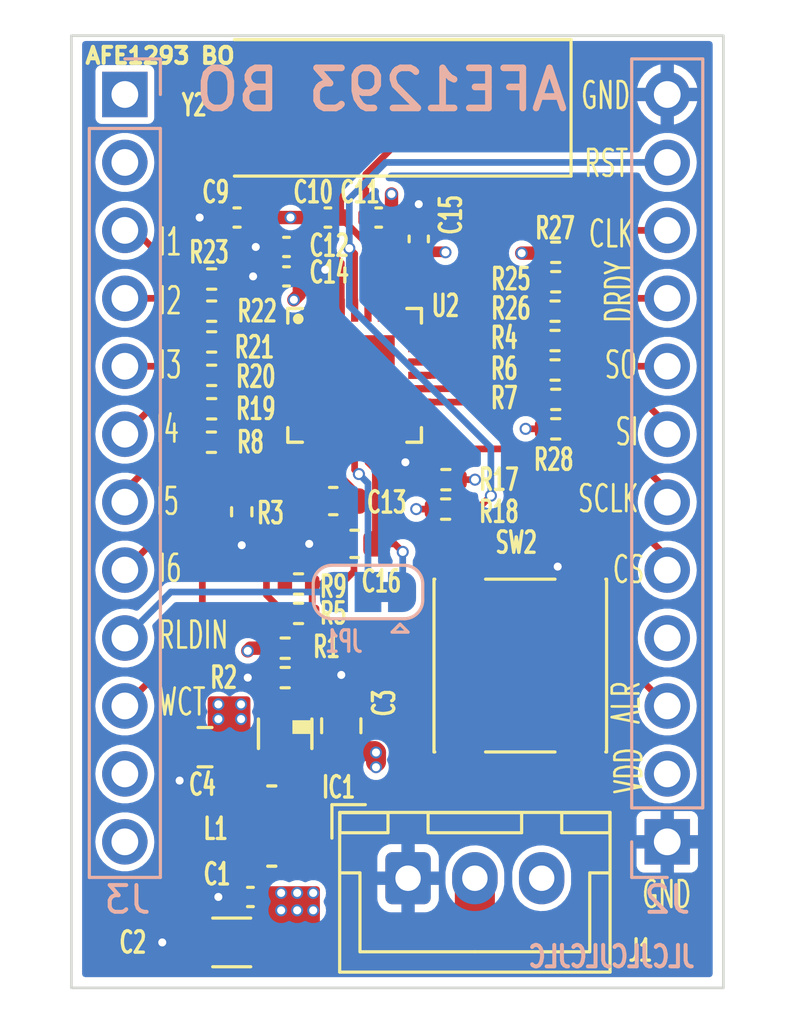
<source format=kicad_pcb>
(kicad_pcb (version 20221018) (generator pcbnew)
  (layers (0 "F.Cu" signal) (1 "In1.Cu" signal) (2 "In2.Cu" signal) (31 "B.Cu" signal) (34 "B.Paste" user) (35 "F.Paste" user) (36 "B.SilkS" user "B.Silkscreen") (37 "F.SilkS" user "F.Silkscreen") (38 "B.Mask" user) (39 "F.Mask" user) (44 "Edge.Cuts" user))
  (net 0 "")
  (net 1 "GND")
  (net 2 "Net-(U2-XTAL2)")
  (net 3 "Net-(U2-XTAL1)")
  (net 4 "RLDOUT")
  (net 5 "RLDINIV")
  (net 6 "Net-(IC1-FB)")
  (net 7 "CMOUT")
  (net 8 "Net-(U2-SYNCB)")
  (net 9 "RSTB")
  (net 10 "IN1")
  (net 11 "Net-(U2-IN5)")
  (net 12 "IN2")
  (net 13 "Net-(U2-IN4)")
  (net 14 "IN3")
  (net 15 "Net-(U2-IN3)")
  (net 16 "IN4")
  (net 17 "Net-(U2-IN2)")
  (net 18 "IN5")
  (net 19 "Net-(U2-IN1)")
  (net 20 "Net-(U2-DRDYB)")
  (net 21 "DRDYB")
  (net 22 "Net-(U2-SDO)")
  (net 23 "MISO")
  (net 24 "ALARMB")
  (net 25 "Net-(IC1-L)")
  (net 26 "VDDA")
  (net 27 "Net-(U2-CVREF)")
  (net 28 "RLDIN")
  (net 29 "IN6")
  (net 30 "WCT")
  (net 31 "CS")
  (net 32 "SCLK")
  (net 33 "MOSI")
  (net 34 "CLK")
  (net 38 "Net-(U2-IN6)")
  (net 41 "Net-(U2-DAP)")
  (net 43 "Net-(JP1-A)")
  (net 44 "VDD")
  (net 45 "Net-(U2-SDI)")
  (net 46 "Net-(U2-SCLK)")
  (net 47 "Net-(U2-CSB)")
  (footprint "EPL3015-472MLB:IND_EPL3015-472MLB" (layer "F.Cu") (at 95.5 63.85)
    (fp_text reference "L1")
    (fp_text value "EPL3015-472MLB")
  )
  (footprint "Capacitor_SMD:C_0805_2012Metric" (layer "F.Cu") (at 98.1 60.1 90)
    (fp_text reference "C3")
    (fp_text value "10uF")
  )
  (footprint "Button_Switch_SMD:SW_Push_1P1T_NO_6x6mm_H9.5mm" (layer "F.Cu") (at 104.8 57.85 -90)
    (fp_text reference "SW2")
    (fp_text value "SW_SPST")
  )
  (footprint "Resistor_SMD:R_0402_1005Metric" (layer "F.Cu") (at 93.24 49.5)
    (fp_text reference "R8")
    (fp_text value "0")
  )
  (footprint "Capacitor_SMD:C_0603_1608Metric" (layer "F.Cu") (at 97.8 51.7)
    (fp_text reference "C13")
    (fp_text value "1nF")
  )
  (footprint "Connector_JST:JST_XH_B3B-XH-A_1x03_P2.50mm_Vertical" (layer "F.Cu") (at 100.6 65.8)
    (fp_text reference "J1")
    (fp_text value "Conn_01x03_Socket")
  )
  (footprint "Resistor_SMD:R_0402_1005Metric" (layer "F.Cu") (at 96.5 54.8)
    (fp_text reference "R9")
    (fp_text value "10M")
  )
  (footprint "Resistor_SMD:R_0402_1005Metric" (layer "F.Cu") (at 93.25 45.75)
    (fp_text reference "R21")
    (fp_text value "0")
  )
  (footprint "Capacitor_SMD:C_1206_3216Metric" (layer "F.Cu") (at 94 68.2 180)
    (fp_text reference "C2")
    (fp_text value "47uF")
  )
  (footprint "Resistor_SMD:R_0402_1005Metric" (layer "F.Cu") (at 93.25 48.25)
    (fp_text reference "R19")
    (fp_text value "0")
  )
  (footprint "Resistor_SMD:R_0402_1005Metric" (layer "F.Cu") (at 102.005 52)
    (fp_text reference "R18")
    (fp_text value "1.0M")
  )
  (footprint "Resistor_SMD:R_0402_1005Metric" (layer "F.Cu") (at 93.25 47)
    (fp_text reference "R20")
    (fp_text value "0")
  )
  (footprint "ADS1293CISQ_NOPB:QFN50P500X500X80-29N" (layer "F.Cu") (at 98.6 47)
    (fp_text reference "U2")
    (fp_text value "ADS1293CISQ/NOPB")
  )
  (footprint "Capacitor_SMD:C_0402_1005Metric" (layer "F.Cu") (at 94.7 66.5 180)
    (fp_text reference "C1")
    (fp_text value "0.1uF")
  )
  (footprint "Resistor_SMD:R_0402_1005Metric" (layer "F.Cu") (at 106.1 44.6)
    (fp_text reference "R26")
    (fp_text value "51")
  )
  (footprint "Capacitor_SMD:C_0402_1005Metric" (layer "F.Cu") (at 97.6 41.1)
    (fp_text reference "C10")
    (fp_text value "22pF")
  )
  (footprint "Crystal:Crystal_SMD_HC49-SD" (layer "F.Cu") (at 100 37 180)
    (fp_text reference "Y2")
    (fp_text value "Crystal_Small")
  )
  (footprint "Capacitor_SMD:C_0603_1608Metric" (layer "F.Cu") (at 98.6 53.3 180)
    (fp_text reference "C16")
    (fp_text value "0.1uF")
  )
  (footprint "TPS61222DCK:DCK_R-PDSO-G6" (layer "F.Cu") (at 96 60.4 180)
    (fp_text reference "IC1")
    (fp_text value "TPS61222DCK")
  )
  (footprint "Resistor_SMD:R_0402_1005Metric" (layer "F.Cu") (at 106.125 43.5)
    (fp_text reference "R25")
    (fp_text value "51")
  )
  (footprint "Capacitor_SMD:C_0402_1005Metric" (layer "F.Cu") (at 99.5 41.1 180)
    (fp_text reference "C11")
    (fp_text value "22pF")
  )
  (footprint "Resistor_SMD:R_0402_1005Metric" (layer "F.Cu") (at 106.1 46.8)
    (fp_text reference "R6")
    (fp_text value "51")
  )
  (footprint "Capacitor_SMD:C_0805_2012Metric" (layer "F.Cu") (at 93 60.9 180)
    (fp_text reference "C4")
    (fp_text value "10uF")
  )
  (footprint "Resistor_SMD:R_0402_1005Metric" (layer "F.Cu") (at 106.125 49 180)
    (fp_text reference "R28")
    (fp_text value "1.0M")
  )
  (footprint "Capacitor_SMD:C_0402_1005Metric" (layer "F.Cu") (at 101 41.9 90)
    (fp_text reference "C15")
    (fp_text value "0.1uF")
  )
  (footprint "Capacitor_SMD:C_0402_1005Metric" (layer "F.Cu") (at 96.05 42.2 180)
    (fp_text reference "C12")
    (fp_text value "0.1uF")
  )
  (footprint "Capacitor_SMD:C_0402_1005Metric" (layer "F.Cu") (at 96.05 43.3 180)
    (fp_text reference "C14")
    (fp_text value "0.1uF")
  )
  (footprint "Resistor_SMD:R_0402_1005Metric" (layer "F.Cu") (at 93.25 44.6)
    (fp_text reference "R22")
    (fp_text value "0")
  )
  (footprint "Resistor_SMD:R_0402_1005Metric" (layer "F.Cu") (at 96 57.2)
    (fp_text reference "R1")
    (fp_text value "1.0M")
  )
  (footprint "Capacitor_SMD:C_0402_1005Metric_Pad0.74x0.62mm_HandSolder" (layer "F.Cu") (at 94.2 41.1 180)
    (fp_text reference "C9")
    (fp_text value "0.1uF")
  )
  (footprint "Resistor_SMD:R_0402_1005Metric" (layer "F.Cu") (at 96 58.3 180)
    (fp_text reference "R2")
    (fp_text value "200k")
  )
  (footprint "Resistor_SMD:R_0402_1005Metric" (layer "F.Cu") (at 106.125 47.9)
    (fp_text reference "R7")
    (fp_text value "51")
  )
  (footprint "Resistor_SMD:R_0402_1005Metric" (layer "F.Cu") (at 93.25 43.4)
    (fp_text reference "R23")
    (fp_text value "0")
  )
  (footprint "Resistor_SMD:R_0402_1005Metric" (layer "F.Cu") (at 106.1 45.7)
    (fp_text reference "R4")
    (fp_text value "51")
  )
  (footprint "Resistor_SMD:R_0402_1005Metric" (layer "F.Cu") (at 94.375 52.1 90)
    (fp_text reference "R3")
    (fp_text value "0")
  )
  (footprint "Resistor_SMD:R_0402_1005Metric" (layer "F.Cu") (at 106.125 42.4 180)
    (fp_text reference "R27")
    (fp_text value "1.0M")
  )
  (footprint "Resistor_SMD:R_0402_1005Metric" (layer "F.Cu") (at 102.015 50.9 180)
    (fp_text reference "R17")
    (fp_text value "1.0M")
  )
  (footprint "Resistor_SMD:R_0402_1005Metric" (layer "F.Cu") (at 96.5 55.9)
    (fp_text reference "R5")
    (fp_text value "10k")
  )
  (footprint "Jumper:SolderJumper-3_P1.3mm_Open_RoundedPad1.0x1.5mm" (layer "B.Cu") (at 99.1 55.1 180)
    (fp_text reference "JP1")
    (fp_text value "SolderJumper_3_Open")
  )
  (footprint "Connector_PinHeader_2.54mm:PinHeader_1x12_P2.54mm_Vertical" (layer "B.Cu") (at 110.3 64.44)
    (fp_text reference "J2")
    (fp_text value "Conn_01x12")
  )
  (footprint "Connector_PinHeader_2.54mm:PinHeader_1x12_P2.54mm_Vertical" (layer "B.Cu") (at 90 36.5 180)
    (fp_text reference "J3")
    (fp_text value "Conn_01x12")
  )
  (gr_rect (start 88 34.3) (end 112.4 69.9) (stroke (width 0.1)) (fill none) (layer "Edge.Cuts"))
  (gr_text "AFE1293 BO" (at 106.7 37.2) (layer "B.SilkS") (effects (font (size 1.5 1.5) (thickness 0.25) bold) (justify left bottom mirror)))
  (gr_text "JLCJLCJLCJLC" (at 111.4 69.2) (layer "B.SilkS") (effects (font (size 0.8 0.6) (thickness 0.15) bold) (justify left bottom mirror)))
  (gr_text "I2" (at 91.2 44.8) (layer "F.SilkS") (effects (font (size 1 0.6) (thickness 0.1) bold) (justify left bottom)))
  (gr_text "GND" (at 107.01554 37.127526) (layer "F.SilkS") (effects (font (size 1 0.6) (thickness 0.1) bold) (justify left bottom)))
  (gr_text "I4" (at 91.1 49.6) (layer "F.SilkS") (effects (font (size 1 0.6) (thickness 0.1) bold) (justify left bottom)))
  (gr_text "VDD" (at 109.45 62.7 90) (layer "F.SilkS") (effects (font (size 1 0.6) (thickness 0.1) bold) (justify left bottom)))
  (gr_text "DRDY" (at 109.1 45.1 90) (layer "F.SilkS") (effects (font (size 1 0.6) (thickness 0.1) bold) (justify left bottom)))
  (gr_text "RST" (at 107.135703 39.665413) (layer "F.SilkS") (effects (font (size 1 0.6) (thickness 0.1) bold) (justify left bottom)))
  (gr_text "SCLK" (at 106.9 52.2) (layer "F.SilkS") (effects (font (size 1 0.6) (thickness 0.1) bold) (justify left bottom)))
  (gr_text "GND" (at 109.3 67) (layer "F.SilkS") (effects (font (size 1 0.6) (thickness 0.1) bold) (justify left bottom)))
  (gr_text "WCT" (at 91.2 59.8) (layer "F.SilkS") (effects (font (size 1 0.6) (thickness 0.1) bold) (justify left bottom)))
  (gr_text "SO" (at 107.9 47.2) (layer "F.SilkS") (effects (font (size 1 0.6) (thickness 0.1) bold) (justify left bottom)))
  (gr_text "I1" (at 91.2 42.6) (layer "F.SilkS") (effects (font (size 1 0.6) (thickness 0.1) bold) (justify left bottom)))
  (gr_text "ALR" (at 109.35 60.1 90) (layer "F.SilkS") (effects (font (size 1 0.6) (thickness 0.1) bold) (justify left bottom)))
  (gr_text "I5" (at 91.1 52.3) (layer "F.SilkS") (effects (font (size 1 0.6) (thickness 0.1) bold) (justify left bottom)))
  (gr_text "RLDIN" (at 91.2 57.3) (layer "F.SilkS") (effects (font (size 1 0.6) (thickness 0.1) bold) (justify left bottom)))
  (gr_text "I6" (at 91.2 54.8) (layer "F.SilkS") (effects (font (size 1 0.6) (thickness 0.1) bold) (justify left bottom)))
  (gr_text "CLK" (at 107.3 42.3) (layer "F.SilkS") (effects (font (size 1 0.6) (thickness 0.1) bold) (justify left bottom)))
  (gr_text "CS" (at 108.2 54.85) (layer "F.SilkS") (effects (font (size 1 0.6) (thickness 0.1) bold) (justify left bottom)))
  (gr_text "I3" (at 91.2 47.2) (layer "F.SilkS") (effects (font (size 1 0.6) (thickness 0.1) bold) (justify left bottom)))
  (gr_text "AFE1293 BO" (at 88.45 35.4) (layer "F.SilkS") (effects (font (size 0.6 0.6) (thickness 0.15) bold) (justify left bottom)))
  (gr_text "SI" (at 108.3 49.7) (layer "F.SilkS") (effects (font (size 1 0.6) (thickness 0.1) bold) (justify left bottom)))
  (segment (start 97.6 44.565) (end 97.6 43.15) (width 0.25) (layer "F.Cu") (net 1))
  (segment (start 106.4 54.15) (end 106.675 53.875) (width 0.5) (layer "F.Cu") (net 1))
  (segment (start 92.525 68.2) (end 91.4 68.2) (width 0.75) (layer "F.Cu") (net 1))
  (segment (start 107.05 61.825) (end 108.225 61.825) (width 0.4) (layer "F.Cu") (net 1))
  (segment (start 97.6 43.15) (end 97.5 43.05) (width 0.25) (layer "F.Cu") (net 1))
  (segment (start 108.6 62.2) (end 108.6 63.95) (width 0.4) (layer "F.Cu") (net 1))
  (segment (start 95.35566 59.54434) (end 95.35566 58.43434) (width 0.25) (layer "F.Cu") (net 1))
  (segment (start 100.1 49.85) (end 100.1 49.435) (width 0.25) (layer "F.Cu") (net 1))
  (segment (start 95.57 42.2) (end 94.9 42.2) (width 0.5) (layer "F.Cu") (net 1))
  (segment (start 106.675 53.875) (end 107.05 53.875) (width 0.5) (layer "F.Cu") (net 1))
  (segment (start 92.8 41.1) (end 93.6325 41.1) (width 0.5) (layer "F.Cu") (net 1))
  (segment (start 101 40.6) (end 101 41.42) (width 0.4) (layer "F.Cu") (net 1))
  (segment (start 95.35566 58.43434) (end 95.49 58.3) (width 0.25) (layer "F.Cu") (net 1))
  (segment (start 98.1 58.2) (end 98.1 59.15) (width 0.75) (layer "F.Cu") (net 1))
  (segment (start 92.05 62.15) (end 92.05 60.9) (width 0.75) (layer "F.Cu") (net 1))
  (segment (start 95.35 59.55) (end 95.35566 59.54434) (width 0.25) (layer "F.Cu") (net 1))
  (segment (start 108.225 61.825) (end 108.6 62.2) (width 0.4) (layer "F.Cu") (net 1))
  (segment (start 97.825 53.3) (end 96.9 53.3) (width 0.5) (layer "F.Cu") (net 1))
  (segment (start 106.2 54.15) (end 106.4 54.15) (width 0.5) (layer "F.Cu") (net 1))
  (segment (start 108.6 63.95) (end 109.09 64.44) (width 0.4) (layer "F.Cu") (net 1))
  (segment (start 109.09 64.44) (end 110.3 64.44) (width 0.4) (layer "F.Cu") (net 1))
  (segment (start 94.375 53.35) (end 94.375 52.61) (width 0.5) (layer "F.Cu") (net 1))
  (segment (start 94.22 66.5) (end 93.5 66.5) (width 0.4) (layer "F.Cu") (net 1))
  (segment (start 100.5 50.25) (end 100.1 49.85) (width 0.25) (layer "F.Cu") (net 1))
  (segment (start 95.57 43.3) (end 94.8 43.3) (width 0.5) (layer "F.Cu") (net 1))
  (segment (start 107.05 61.825) (end 107.05 53.875) (width 0.4) (layer "F.Cu") (net 1))
  (segment (start 94.6 58.3) (end 95.49 58.3) (width 0.5) (layer "F.Cu") (net 1))
  (via (at 94.375 53.35) (size 0.45) (drill 0.3) (layers "F.Cu" "B.Cu") (net 1))
  (via (at 96.9 53.3) (size 0.45) (drill 0.3) (layers "F.Cu" "B.Cu") (net 1))
  (via (at 97.5 43.05) (size 0.45) (drill 0.3) (layers "F.Cu" "B.Cu") (net 1))
  (via (at 94.9 42.2) (size 0.45) (drill 0.3) (layers "F.Cu" "B.Cu") (net 1))
  (via (at 100.5 50.25) (size 0.45) (drill 0.3) (layers "F.Cu" "B.Cu") (net 1))
  (via (at 101 40.6) (size 0.45) (drill 0.3) (layers "F.Cu" "B.Cu") (net 1))
  (via (at 93.5 66.5) (size 0.45) (drill 0.3) (layers "F.Cu" "B.Cu") (net 1))
  (via (at 106.2 54.15) (size 0.45) (drill 0.3) (layers "F.Cu" "B.Cu") (net 1))
  (via (at 94.6 58.3) (size 0.45) (drill 0.3) (layers "F.Cu" "B.Cu") (net 1))
  (via (at 94.8 43.3) (size 0.45) (drill 0.3) (layers "F.Cu" "B.Cu") (net 1))
  (via (at 98.1 58.2) (size 0.45) (drill 0.3) (layers "F.Cu" "B.Cu") (net 1))
  (via (at 92.05 62.15) (size 0.45) (drill 0.3) (layers "F.Cu" "B.Cu") (net 1))
  (via (at 92.8 41.1) (size 0.45) (drill 0.3) (layers "F.Cu" "B.Cu") (net 1))
  (via (at 91.4 68.2) (size 0.45) (drill 0.3) (layers "F.Cu" "B.Cu") (net 1))
  (segment (start 95.9 37.1) (end 95.75 37.1) (width 0.25) (layer "F.Cu") (net 2))
  (segment (start 98.08 41.1) (end 98.08 39.28) (width 0.25) (layer "F.Cu") (net 2))
  (segment (start 99.1 42.12) (end 99.1 44.565) (width 0.25) (layer "F.Cu") (net 2))
  (segment (start 98.08 41.1) (end 99.1 42.12) (width 0.25) (layer "F.Cu") (net 2))
  (segment (start 98.08 39.28) (end 95.9 37.1) (width 0.25) (layer "F.Cu") (net 2))
  (segment (start 99.6 41.65) (end 99.6 44.565) (width 0.25) (layer "F.Cu") (net 3))
  (segment (start 99.05 41.1) (end 99.6 41.65) (width 0.25) (layer "F.Cu") (net 3))
  (segment (start 101.4 37.1) (end 99.02 39.48) (width 0.25) (layer "F.Cu") (net 3))
  (segment (start 104.25 37.1) (end 101.4 37.1) (width 0.25) (layer "F.Cu") (net 3))
  (segment (start 99.02 39.48) (end 99.02 41.1) (width 0.25) (layer "F.Cu") (net 3))
  (segment (start 99.02 41.1) (end 99.05 41.1) (width 0.25) (layer "F.Cu") (net 3))
  (segment (start 97.025 51.025) (end 97.6 50.45) (width 0.25) (layer "F.Cu") (net 4))
  (segment (start 97.6 50.45) (end 97.6 49.435) (width 0.25) (layer "F.Cu") (net 4))
  (segment (start 97.025 51.7) (end 97.025 51.025) (width 0.25) (layer "F.Cu") (net 4))
  (segment (start 96.3 51.7) (end 97.025 51.7) (width 0.25) (layer "F.Cu") (net 4))
  (segment (start 95.99 52.01) (end 96.3 51.7) (width 0.25) (layer "F.Cu") (net 4))
  (segment (start 95.99 54.8) (end 95.99 52.01) (width 0.25) (layer "F.Cu") (net 4))
  (segment (start 98.575 54.325) (end 98.1 54.8) (width 0.25) (layer "F.Cu") (net 5))
  (segment (start 98.1 50.8) (end 98.1 49.435) (width 0.25) (layer "F.Cu") (net 5))
  (segment (start 97.01 55.9) (end 97.01 54.8) (width 0.25) (layer "F.Cu") (net 5))
  (segment (start 98.575 51.275) (end 98.1 50.8) (width 0.25) (layer "F.Cu") (net 5))
  (segment (start 98.575 51.7) (end 98.575 54.325) (width 0.25) (layer "F.Cu") (net 5))
  (segment (start 98.575 51.7) (end 98.575 51.275) (width 0.25) (layer "F.Cu") (net 5))
  (segment (start 98.1 54.8) (end 97.01 54.8) (width 0.25) (layer "F.Cu") (net 5))
  (segment (start 96 58.81) (end 96.51 58.3) (width 0.25) (layer "F.Cu") (net 6))
  (segment (start 96.51 58.3) (end 96.51 57.2) (width 0.25) (layer "F.Cu") (net 6))
  (segment (start 96 59.55) (end 96 58.81) (width 0.25) (layer "F.Cu") (net 6))
  (segment (start 95.3 51.605026) (end 97.1 49.805026) (width 0.25) (layer "F.Cu") (net 7))
  (segment (start 97.1 49.805026) (end 97.1 49.435) (width 0.25) (layer "F.Cu") (net 7))
  (segment (start 95.99 55.9) (end 95.3 55.21) (width 0.25) (layer "F.Cu") (net 7))
  (segment (start 95.3 55.21) (end 95.3 51.605026) (width 0.25) (layer "F.Cu") (net 7))
  (segment (start 99.6 50.1) (end 100.4 50.9) (width 0.25) (layer "F.Cu") (net 8))
  (segment (start 100.4 50.9) (end 101.505 50.9) (width 0.25) (layer "F.Cu") (net 8))
  (segment (start 99.6 49.435) (end 99.6 50.1) (width 0.25) (layer "F.Cu") (net 8))
  (segment (start 98.4 42.25) (end 98.6 42.45) (width 0.25) (layer "F.Cu") (net 9))
  (segment (start 102.55 61.825) (end 102.55 53.875) (width 0.25) (layer "F.Cu") (net 9))
  (segment (start 102.515 52) (end 103.2 52) (width 0.25) (layer "F.Cu") (net 9))
  (segment (start 98.6 42.45) (end 98.6 44.565) (width 0.25) (layer "F.Cu") (net 9))
  (segment (start 102.515 53.84) (end 102.55 53.875) (width 0.25) (layer "F.Cu") (net 9))
  (segment (start 103.2 52) (end 103.7 51.5) (width 0.25) (layer "F.Cu") (net 9))
  (segment (start 102.515 52) (end 102.515 53.84) (width 0.25) (layer "F.Cu") (net 9))
  (via (at 98.4 42.25) (size 0.45) (drill 0.3) (layers "F.Cu" "B.Cu") (net 9))
  (via (at 103.7 51.5) (size 0.45) (drill 0.3) (layers "F.Cu" "B.Cu") (net 9))
  (segment (start 98.4 40.4) (end 99.76 39.04) (width 0.25) (layer "B.Cu") (net 9))
  (segment (start 103.7 49.7) (end 103.7 51.5) (width 0.25) (layer "B.Cu") (net 9))
  (segment (start 98.4 44.4) (end 103.7 49.7) (width 0.25) (layer "B.Cu") (net 9))
  (segment (start 98.4 42.25) (end 98.4 40.4) (width 0.25) (layer "B.Cu") (net 9))
  (segment (start 99.76 39.04) (end 110.3 39.04) (width 0.25) (layer "B.Cu") (net 9))
  (segment (start 98.4 42.25) (end 98.4 44.4) (width 0.25) (layer "B.Cu") (net 9))
  (segment (start 90 41.58) (end 90.38 41.58) (width 0.25) (layer "F.Cu") (net 10))
  (segment (start 90.38 41.58) (end 92.2 43.4) (width 0.25) (layer "F.Cu") (net 10))
  (segment (start 92.2 43.4) (end 92.74 43.4) (width 0.25) (layer "F.Cu") (net 10))
  (segment (start 94.9 47.5) (end 96.165 47.5) (width 0.25) (layer "F.Cu") (net 11))
  (segment (start 94.15 48.25) (end 94.9 47.5) (width 0.25) (layer "F.Cu") (net 11))
  (segment (start 93.76 48.25) (end 94.15 48.25) (width 0.25) (layer "F.Cu") (net 11))
  (segment (start 92.2 44.6) (end 92.74 44.6) (width 0.25) (layer "F.Cu") (net 12))
  (segment (start 90 44.12) (end 91.72 44.12) (width 0.25) (layer "F.Cu") (net 12))
  (segment (start 91.72 44.12) (end 92.2 44.6) (width 0.25) (layer "F.Cu") (net 12))
  (segment (start 93.76 47) (end 96.165 47) (width 0.25) (layer "F.Cu") (net 13))
  (segment (start 90 46.66) (end 91.34 46.66) (width 0.25) (layer "F.Cu") (net 14))
  (segment (start 92.25 45.75) (end 92.74 45.75) (width 0.25) (layer "F.Cu") (net 14))
  (segment (start 91.34 46.66) (end 92.25 45.75) (width 0.25) (layer "F.Cu") (net 14))
  (segment (start 93.76 45.75) (end 94.2 45.75) (width 0.25) (layer "F.Cu") (net 15))
  (segment (start 94.2 45.75) (end 94.95 46.5) (width 0.25) (layer "F.Cu") (net 15))
  (segment (start 94.95 46.5) (end 96.165 46.5) (width 0.25) (layer "F.Cu") (net 15))
  (segment (start 90 49.2) (end 92.2 47) (width 0.25) (layer "F.Cu") (net 16))
  (segment (start 92.2 47) (end 92.74 47) (width 0.25) (layer "F.Cu") (net 16))
  (segment (start 93.975 44.6) (end 93.76 44.6) (width 0.25) (layer "F.Cu") (net 17))
  (segment (start 95.375 46) (end 93.975 44.6) (width 0.25) (layer "F.Cu") (net 17))
  (segment (start 96.165 46) (end 95.375 46) (width 0.25) (layer "F.Cu") (net 17))
  (segment (start 90 51.3125) (end 91.5 49.8125) (width 0.25) (layer "F.Cu") (net 18))
  (segment (start 90 51.74) (end 90 51.3125) (width 0.25) (layer "F.Cu") (net 18))
  (segment (start 91.5 49.8125) (end 91.5 49) (width 0.25) (layer "F.Cu") (net 18))
  (segment (start 92.25 48.25) (end 92.74 48.25) (width 0.25) (layer "F.Cu") (net 18))
  (segment (start 91.5 49) (end 92.25 48.25) (width 0.25) (layer "F.Cu") (net 18))
  (segment (start 93.76 43.56) (end 93.76 43.4) (width 0.25) (layer "F.Cu") (net 19))
  (segment (start 95.7 45.5) (end 93.76 43.56) (width 0.25) (layer "F.Cu") (net 19))
  (segment (start 96.165 45.5) (end 95.7 45.5) (width 0.25) (layer "F.Cu") (net 19))
  (segment (start 104.9 43.5) (end 105.615 43.5) (width 0.25) (layer "F.Cu") (net 20))
  (segment (start 101.035 46) (end 102.4 46) (width 0.25) (layer "F.Cu") (net 20))
  (segment (start 102.4 46) (end 104.9 43.5) (width 0.25) (layer "F.Cu") (net 20))
  (segment (start 107.97 44.12) (end 110.3 44.12) (width 0.25) (layer "F.Cu") (net 21))
  (segment (start 107.35 43.5) (end 107.97 44.12) (width 0.25) (layer "F.Cu") (net 21))
  (segment (start 106.635 43.5) (end 107.35 43.5) (width 0.25) (layer "F.Cu") (net 21))
  (segment (start 106.635 43.5) (end 106.635 42.4) (width 0.25) (layer "F.Cu") (net 21))
  (segment (start 101.035 46.5) (end 103 46.5) (width 0.25) (layer "F.Cu") (net 22))
  (segment (start 104.9 44.6) (end 105.59 44.6) (width 0.25) (layer "F.Cu") (net 22))
  (segment (start 103 46.5) (end 104.9 44.6) (width 0.25) (layer "F.Cu") (net 22))
  (segment (start 107.1 44.6) (end 109.16 46.66) (width 0.25) (layer "F.Cu") (net 23))
  (segment (start 106.61 44.6) (end 107.1 44.6) (width 0.25) (layer "F.Cu") (net 23))
  (segment (start 109.16 46.66) (end 110.3 46.66) (width 0.25) (layer "F.Cu") (net 23))
  (segment (start 101.6 48.5) (end 102.85 49.75) (width 0.25) (layer "F.Cu") (net 24))
  (segment (start 101.035 48.5) (end 101.6 48.5) (width 0.25) (layer "F.Cu") (net 24))
  (segment (start 102.85 49.75) (end 106.35 49.75) (width 0.25) (layer "F.Cu") (net 24))
  (segment (start 106.635 49.465) (end 106.635 49) (width 0.25) (layer "F.Cu") (net 24))
  (segment (start 106.635 49) (end 107.05 49) (width 0.25) (layer "F.Cu") (net 24))
  (segment (start 107.7 49.65) (end 107.7 52.15) (width 0.25) (layer "F.Cu") (net 24))
  (segment (start 108.6 57.66) (end 110.3 59.36) (width 0.25) (layer "F.Cu") (net 24))
  (segment (start 106.35 49.75) (end 106.635 49.465) (width 0.25) (layer "F.Cu") (net 24))
  (segment (start 107.05 49) (end 107.7 49.65) (width 0.25) (layer "F.Cu") (net 24))
  (segment (start 107.7 52.15) (end 108.6 53.05) (width 0.25) (layer "F.Cu") (net 24))
  (segment (start 108.6 53.05) (end 108.6 57.66) (width 0.25) (layer "F.Cu") (net 24))
  (segment (start 94.485 63.85) (end 94.485 63.165) (width 0.25) (layer "F.Cu") (net 25))
  (segment (start 96 61.65) (end 96 61.25) (width 0.25) (layer "F.Cu") (net 25))
  (segment (start 94.485 63.165) (end 96 61.65) (width 0.4) (layer "F.Cu") (net 25))
  (segment (start 96.9 43.3) (end 96.53 43.3) (width 0.25) (layer "F.Cu") (net 26))
  (segment (start 96.325 44.175) (end 96.53 43.97) (width 0.5) (layer "F.Cu") (net 26))
  (segment (start 97.1 44.565) (end 97.1 43.5) (width 0.25) (layer "F.Cu") (net 26))
  (segment (start 94.6 57.3) (end 94.7 57.2) (width 0.5) (layer "F.Cu") (net 26))
  (segment (start 96.53 43.97) (end 96.53 43.3) (width 0.5) (layer "F.Cu") (net 26))
  (segment (start 97.12 41.1) (end 96.2 41.1) (width 0.5) (layer "F.Cu") (net 26))
  (segment (start 99.98 40.22) (end 99.98 41.1) (width 0.5) (layer "F.Cu") (net 26))
  (segment (start 96.2 41.1) (end 94.7675 41.1) (width 0.5) (layer "F.Cu") (net 26))
  (segment (start 97.1 43.5) (end 96.9 43.3) (width 0.25) (layer "F.Cu") (net 26))
  (segment (start 94.7 57.2) (end 95.49 57.2) (width 0.5) (layer "F.Cu") (net 26))
  (segment (start 94.3 61.25) (end 93.95 60.9) (width 0.4) (layer "F.Cu") (net 26))
  (segment (start 95.35 61.25) (end 94.3 61.25) (width 0.4) (layer "F.Cu") (net 26))
  (via (at 96.325 44.175) (size 0.45) (drill 0.3) (layers "F.Cu" "B.Cu") (net 26))
  (via (at 93.5 59.3) (size 0.45) (drill 0.3) (layers "F.Cu" "B.Cu") (net 26))
  (via (at 94.35 59.3) (size 0.45) (drill 0.3) (layers "F.Cu" "B.Cu") (net 26))
  (via (at 99.98 40.22) (size 0.45) (drill 0.3) (layers "F.Cu" "B.Cu") (net 26))
  (via (at 94.6 57.3) (size 0.45) (drill 0.3) (layers "F.Cu" "B.Cu") (net 26))
  (via (at 94.35 59.85) (size 0.45) (drill 0.3) (layers "F.Cu" "B.Cu") (net 26))
  (via (at 93.5 59.85) (size 0.45) (drill 0.3) (layers "F.Cu" "B.Cu") (net 26))
  (via (at 96.2 41.1) (size 0.45) (drill 0.3) (layers "F.Cu" "B.Cu") (net 26))
  (segment (start 97.5 42.2) (end 98.1 42.8) (width 0.25) (layer "F.Cu") (net 27))
  (segment (start 96.53 42.2) (end 97.5 42.2) (width 0.25) (layer "F.Cu") (net 27))
  (segment (start 98.1 42.8) (end 98.1 44.565) (width 0.25) (layer "F.Cu") (net 27))
  (segment (start 97.8 55.1) (end 91.72 55.1) (width 0.25) (layer "B.Cu") (net 28))
  (segment (start 91.72 55.1) (end 90 56.82) (width 0.25) (layer "B.Cu") (net 28))
  (segment (start 92 49.7825) (end 92.2825 49.5) (width 0.25) (layer "F.Cu") (net 29))
  (segment (start 90 54.28) (end 92 52.28) (width 0.25) (layer "F.Cu") (net 29))
  (segment (start 92 52.28) (end 92 49.7825) (width 0.25) (layer "F.Cu") (net 29))
  (segment (start 92.2825 49.5) (end 92.73 49.5) (width 0.25) (layer "F.Cu") (net 29))
  (segment (start 92.9 56.46) (end 92.9 51.475) (width 0.25) (layer "F.Cu") (net 30))
  (segment (start 95.875 48.5) (end 96.165 48.5) (width 0.25) (layer "F.Cu") (net 30))
  (segment (start 90 59.36) (end 92.9 56.46) (width 0.25) (layer "F.Cu") (net 30))
  (segment (start 92.9 51.475) (end 95.875 48.5) (width 0.25) (layer "F.Cu") (net 30))
  (segment (start 108.3 49.15) (end 108.3 51.8) (width 0.25) (layer "F.Cu") (net 31))
  (segment (start 110.3 53.8) (end 110.3 54.28) (width 0.25) (layer "F.Cu") (net 31))
  (segment (start 107.05 47.9) (end 108.3 49.15) (width 0.25) (layer "F.Cu") (net 31))
  (segment (start 106.635 47.9) (end 107.05 47.9) (width 0.25) (layer "F.Cu") (net 31))
  (segment (start 108.3 51.8) (end 110.3 53.8) (width 0.25) (layer "F.Cu") (net 31))
  (segment (start 108.9 48.5) (end 108.9 49.9) (width 0.25) (layer "F.Cu") (net 32))
  (segment (start 110.3 51.3) (end 110.3 51.74) (width 0.25) (layer "F.Cu") (net 32))
  (segment (start 106.61 46.8) (end 107.2 46.8) (width 0.25) (layer "F.Cu") (net 32))
  (segment (start 108.9 49.9) (end 110.3 51.3) (width 0.25) (layer "F.Cu") (net 32))
  (segment (start 107.2 46.8) (end 108.9 48.5) (width 0.25) (layer "F.Cu") (net 32))
  (segment (start 106.61 45.7) (end 107.15 45.7) (width 0.25) (layer "F.Cu") (net 33))
  (segment (start 107.15 45.7) (end 110.3 48.85) (width 0.25) (layer "F.Cu") (net 33))
  (segment (start 110.3 48.85) (end 110.3 49.2) (width 0.25) (layer "F.Cu") (net 33))
  (segment (start 103.9 41.95) (end 104.27 41.58) (width 0.25) (layer "F.Cu") (net 34))
  (segment (start 101.035 45.5) (end 101.75 45.5) (width 0.25) (layer "F.Cu") (net 34))
  (segment (start 103.9 43.35) (end 103.9 41.95) (width 0.25) (layer "F.Cu") (net 34))
  (segment (start 104.27 41.58) (end 110.3 41.58) (width 0.25) (layer "F.Cu") (net 34))
  (segment (start 101.75 45.5) (end 103.9 43.35) (width 0.25) (layer "F.Cu") (net 34))
  (segment (start 95.625 48) (end 96.165 48) (width 0.25) (layer "F.Cu") (net 38))
  (segment (start 93.75 49.5) (end 94.125 49.5) (width 0.25) (layer "F.Cu") (net 38))
  (segment (start 94.125 49.5) (end 95.625 48) (width 0.25) (layer "F.Cu") (net 38))
  (segment (start 94.375 51.59) (end 94.375 51.225) (width 0.25) (layer "F.Cu") (net 41))
  (segment (start 94.375 51.225) (end 98.6 47) (width 0.25) (layer "F.Cu") (net 41))
  (segment (start 99.375 50.525) (end 99.1 50.25) (width 0.25) (layer "F.Cu") (net 43))
  (segment (start 98.76 50.69) (end 98.6 50.53) (width 0.25) (layer "F.Cu") (net 43))
  (segment (start 98.6 50.53) (end 98.6 49.435) (width 0.25) (layer "F.Cu") (net 43))
  (segment (start 99.1 50.25) (end 99.1 49.435) (width 0.25) (layer "F.Cu") (net 43))
  (segment (start 100.4 53.6) (end 100.1 53.3) (width 0.25) (layer "F.Cu") (net 43))
  (segment (start 100.1 53.3) (end 99.375 53.3) (width 0.25) (layer "F.Cu") (net 43))
  (segment (start 99.375 53.3) (end 99.375 50.525) (width 0.25) (layer "F.Cu") (net 43))
  (via (at 98.76 50.69) (size 0.45) (drill 0.3) (layers "F.Cu" "B.Cu") (net 43))
  (via (at 100.4 53.6) (size 0.45) (drill 0.3) (layers "F.Cu" "B.Cu") (net 43))
  (segment (start 98.76 50.69) (end 99.1 51.03) (width 0.25) (layer "B.Cu") (net 43))
  (segment (start 99.1 51.03) (end 99.1 55.1) (width 0.25) (layer "B.Cu") (net 43))
  (segment (start 100.4 53.6) (end 100.4 55.1) (width 0.25) (layer "B.Cu") (net 43))
  (segment (start 100.4 55.1) (end 99.1 55.1) (width 0.75) (layer "B.Cu") (net 43))
  (segment (start 96.65 61.25) (end 96.65 63.715) (width 0.4) (layer "F.Cu") (net 44))
  (segment (start 105.615 49) (end 105 49) (width 0.25) (layer "F.Cu") (net 44))
  (segment (start 96.65 61.25) (end 97.9 61.25) (width 0.4) (layer "F.Cu") (net 44))
  (segment (start 96.65 61.25) (end 96.65 59.55) (width 0.25) (layer "F.Cu") (net 44))
  (segment (start 101 42.38) (end 101.98 42.38) (width 0.4) (layer "F.Cu") (net 44))
  (segment (start 100.1 44.565) (end 100.1 42.7) (width 0.25) (layer "F.Cu") (net 44))
  (segment (start 100.4 42.4) (end 100.98 42.4) (width 0.25) (layer "F.Cu") (net 44))
  (segment (start 102.525 50.9) (end 103.105 50.9) (width 0.25) (layer "F.Cu") (net 44))
  (segment (start 99.4 61.1) (end 99.4 61.45) (width 0.75) (layer "F.Cu") (net 44))
  (segment (start 98.1 61.05) (end 99.35 61.05) (width 0.75) (layer "F.Cu") (net 44))
  (segment (start 105.584173 42.430827) (end 105.615 42.4) (width 0.5) (layer "F.Cu") (net 44))
  (segment (start 100.98 42.4) (end 101 42.38) (width 0.25) (layer "F.Cu") (net 44))
  (segment (start 104.85235 42.430827) (end 105.584173 42.430827) (width 0.5) (layer "F.Cu") (net 44))
  (segment (start 99.4 61.45) (end 99.4 61.65) (width 0.25) (layer "F.Cu") (net 44))
  (segment (start 95.575 68.3) (end 95.475 68.2) (width 0.75) (layer "F.Cu") (net 44))
  (segment (start 100.1 42.7) (end 100.4 42.4) (width 0.25) (layer "F.Cu") (net 44))
  (segment (start 101.495 52) (end 100.905 52) (width 0.25) (layer "F.Cu") (net 44))
  (segment (start 99.35 61.05) (end 99.4 61.1) (width 0.75) (layer "F.Cu") (net 44))
  (segment (start 103.1 67.7) (end 102.5 68.3) (width 1.5) (layer "F.Cu") (net 44))
  (segment (start 96.65 63.715) (end 96.515 63.85) (width 0.4) (layer "F.Cu") (net 44))
  (segment (start 102.5 68.3) (end 97.1 68.3) (width 1.5) (layer "F.Cu") (net 44))
  (segment (start 97.1 68.3) (end 95.575 68.3) (width 0.75) (layer "F.Cu") (net 44))
  (segment (start 97.9 61.25) (end 98.1 61.05) (width 0.4) (layer "F.Cu") (net 44))
  (segment (start 101.98 42.38) (end 102 42.4) (width 0.4) (layer "F.Cu") (net 44))
  (segment (start 103.1 65.8) (end 103.1 67.7) (width 1.5) (layer "F.Cu") (net 44))
  (via (at 99.4 61.65) (size 0.45) (drill 0.3) (layers "F.Cu" "B.Cu") (net 44))
  (via (at 95.85 66.35) (size 0.45) (drill 0.3) (layers "F.Cu" "B.Cu") (net 44))
  (via (at 103.105 50.9) (size 0.45) (drill 0.3) (layers "F.Cu" "B.Cu") (net 44))
  (via (at 96.45 67) (size 0.45) (drill 0.3) (layers "F.Cu" "B.Cu") (net 44))
  (via (at 100.905 52) (size 0.45) (drill 0.3) (layers "F.Cu" "B.Cu") (net 44))
  (via (at 97.05 66.35) (size 0.45) (drill 0.3) (layers "F.Cu" "B.Cu") (net 44))
  (via (at 99.4 61.1) (size 0.45) (drill 0.3) (layers "F.Cu" "B.Cu") (net 44))
  (via (at 96.45 66.35) (size 0.45) (drill 0.3) (layers "F.Cu" "B.Cu") (net 44))
  (via (at 97.05 67) (size 0.45) (drill 0.3) (layers "F.Cu" "B.Cu") (net 44))
  (via (at 95.85 67) (size 0.45) (drill 0.3) (layers "F.Cu" "B.Cu") (net 44))
  (via (at 104.85235 42.430827) (size 0.45) (drill 0.3) (layers "F.Cu" "B.Cu") (net 44))
  (via (at 105 49) (size 0.45) (drill 0.3) (layers "F.Cu" "B.Cu") (net 44))
  (via (at 102 42.4) (size 0.45) (drill 0.3) (layers "F.Cu" "B.Cu") (net 44))
  (segment (start 104.95 45.7) (end 105.59 45.7) (width 0.25) (layer "F.Cu") (net 45))
  (segment (start 101.035 47) (end 103.65 47) (width 0.25) (layer "F.Cu") (net 45))
  (segment (start 103.65 47) (end 104.95 45.7) (width 0.25) (layer "F.Cu") (net 45))
  (segment (start 101.035 47.5) (end 104.15 47.5) (width 0.25) (layer "F.Cu") (net 46))
  (segment (start 104.15 47.5) (end 104.85 46.8) (width 0.25) (layer "F.Cu") (net 46))
  (segment (start 104.85 46.8) (end 105.59 46.8) (width 0.25) (layer "F.Cu") (net 46))
  (segment (start 105.515 48) (end 105.615 47.9) (width 0.25) (layer "F.Cu") (net 47))
  (segment (start 101.035 48) (end 105.515 48) (width 0.25) (layer "F.Cu") (net 47))
  (zone (net 44) (net_name "VDD") (layer "F.Cu") (priority 4) (connect_pads yes (clearance 0.25)) (min_thickness 0.25) (fill yes (thermal_gap 0.3) (thermal_bridge_width 0.5))
    (polygon (pts (xy 94.9 66.1) (xy 94.9 69.2) (xy 97.3 69.2) (xy 97.3 66.1)))
  )
  (zone (net 26) (net_name "VDDA") (layer "F.Cu") (priority 5) (connect_pads yes (clearance 0.25)) (min_thickness 0.25) (fill yes (thermal_gap 0.5) (thermal_bridge_width 0.5))
    (polygon (pts (xy 93.1 61.7) (xy 94.7 61.7) (xy 94.7 59) (xy 93.1 59)))
  )
  (zone (net 1) (net_name "GND") (layer "B.Cu") (priority 1) (connect_pads (clearance 0.25)) (min_thickness 0.25) (fill yes (thermal_gap 0.3) (thermal_bridge_width 0.5))
    (polygon (pts (xy 88.4 34.5) (xy 112 34.5) (xy 112 69.5) (xy 88.4 69.5)))
  )
)
</source>
